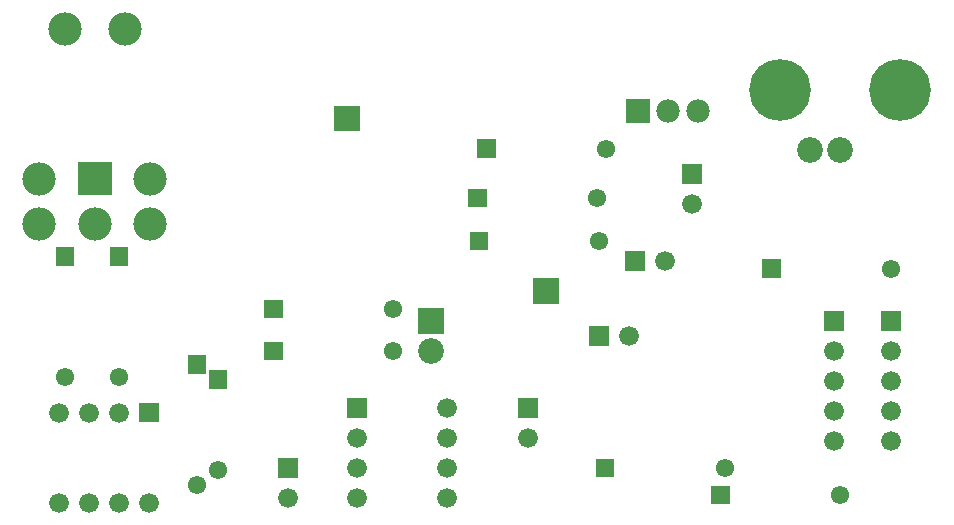
<source format=gbs>
G04 start of page 2 for group 12 layer_idx 6 *
G04 Title: (unknown), bottom_mask *
G04 Creator: pcb-rnd 2.2.0 *
G04 CreationDate: 2020-02-24 19:44:40 UTC *
G04 For:  *
G04 Format: Gerber/RS-274X *
G04 PCB-Dimensions: 316500 593500 *
G04 PCB-Coordinate-Origin: lower left *
%MOIN*%
%FSLAX25Y25*%
%LNBOTTOM_MASK_NONE_12*%
%ADD70C,0.0860*%
%ADD69C,0.2060*%
%ADD68C,0.0780*%
%ADD67C,0.0660*%
%ADD66C,0.0610*%
%ADD65C,0.0001*%
%ADD64C,0.1110*%
G54D64*X22000Y581000D03*
G54D65*G36*
X26450Y536550D02*X37550D01*
Y525450D01*
X26450D01*
Y536550D01*
G37*
G36*
X36950Y508050D02*X43050D01*
Y501950D01*
X36950D01*
Y508050D01*
G37*
G54D66*X40000Y465000D03*
G54D64*X32000Y516000D03*
G54D65*G36*
X18950Y508050D02*X25050D01*
Y501950D01*
X18950D01*
Y508050D01*
G37*
G54D66*X22000Y465000D03*
G54D67*X40000Y453000D03*
X30000D03*
X20000D03*
Y423000D03*
X30000D03*
X40000D03*
G54D65*G36*
X209100Y557400D02*X216900D01*
Y549600D01*
X209100D01*
Y557400D01*
G37*
G54D68*X223000Y553500D03*
X233000D03*
G54D69*X260500Y560500D03*
X300500D03*
G54D70*X270500Y540500D03*
X280500D03*
G54D66*X202500Y541000D03*
G54D65*G36*
X234300Y529200D02*X227700D01*
Y535800D01*
X234300D01*
Y529200D01*
G37*
G36*
X275200Y486800D02*X281800D01*
Y480200D01*
X275200D01*
Y486800D01*
G37*
G54D67*X278500Y473500D03*
Y463500D03*
G54D65*G36*
X254450Y504050D02*X260550D01*
Y497950D01*
X254450D01*
Y504050D01*
G37*
G36*
X294200Y486800D02*X300800D01*
Y480200D01*
X294200D01*
Y486800D01*
G37*
G54D67*X297500Y473500D03*
Y463500D03*
G54D66*Y501000D03*
G54D67*Y453500D03*
X278500D03*
X297500Y443500D03*
X278500D03*
G54D66*X280500Y425500D03*
X199500Y524500D03*
G54D65*G36*
X203300Y481800D02*Y475200D01*
X196700D01*
Y481800D01*
X203300D01*
G37*
G54D67*X210000Y478500D03*
G54D65*G36*
X215300Y506800D02*Y500200D01*
X208700D01*
Y506800D01*
X215300D01*
G37*
G54D67*X222000Y503500D03*
G54D66*X200000Y510200D03*
G54D65*G36*
X198950Y437550D02*X205050D01*
Y431450D01*
X198950D01*
Y437550D01*
G37*
G54D67*X231000Y522500D03*
G54D66*X242000Y434500D03*
G54D65*G36*
X237450Y428550D02*X243550D01*
Y422450D01*
X237450D01*
Y428550D01*
G37*
G54D64*X42000Y581000D03*
X13500Y531000D03*
X50500D03*
Y516000D03*
G54D65*G36*
X46700Y456300D02*X53300D01*
Y449700D01*
X46700D01*
Y456300D01*
G37*
G54D67*X50000Y423000D03*
G54D65*G36*
X116200Y457800D02*X122800D01*
Y451200D01*
X116200D01*
Y457800D01*
G37*
G54D67*X119500Y444500D03*
Y434500D03*
Y424500D03*
X149500D03*
Y434500D03*
Y444500D03*
Y454500D03*
G54D66*X131500Y487500D03*
Y473500D03*
G54D65*G36*
X148300Y487800D02*Y479200D01*
X139700D01*
Y487800D01*
X148300D01*
G37*
G54D70*X144000Y473500D03*
G54D65*G36*
X99800Y431200D02*X93200D01*
Y437800D01*
X99800D01*
Y431200D01*
G37*
G54D66*X73000Y434000D03*
X66000Y429000D03*
G54D67*X96500Y424500D03*
G54D65*G36*
X76050Y467050D02*Y460950D01*
X69950D01*
Y467050D01*
X76050D01*
G37*
G36*
X69050Y472050D02*Y465950D01*
X62950D01*
Y472050D01*
X69050D01*
G37*
G36*
X94550Y484450D02*X88450D01*
Y490550D01*
X94550D01*
Y484450D01*
G37*
G36*
Y470450D02*X88450D01*
Y476550D01*
X94550D01*
Y470450D01*
G37*
G36*
X159450Y544050D02*X165550D01*
Y537950D01*
X159450D01*
Y544050D01*
G37*
G36*
X111700Y555300D02*X120300D01*
Y546700D01*
X111700D01*
Y555300D01*
G37*
G36*
X162550Y527550D02*Y521450D01*
X156450D01*
Y527550D01*
X162550D01*
G37*
G36*
X163050Y513250D02*Y507150D01*
X156950D01*
Y513250D01*
X163050D01*
G37*
G36*
X178200Y497800D02*X186800D01*
Y489200D01*
X178200D01*
Y497800D01*
G37*
G36*
X179800Y451200D02*X173200D01*
Y457800D01*
X179800D01*
Y451200D01*
G37*
G54D67*X176500Y444500D03*
G54D64*X13500Y516000D03*
M02*

</source>
